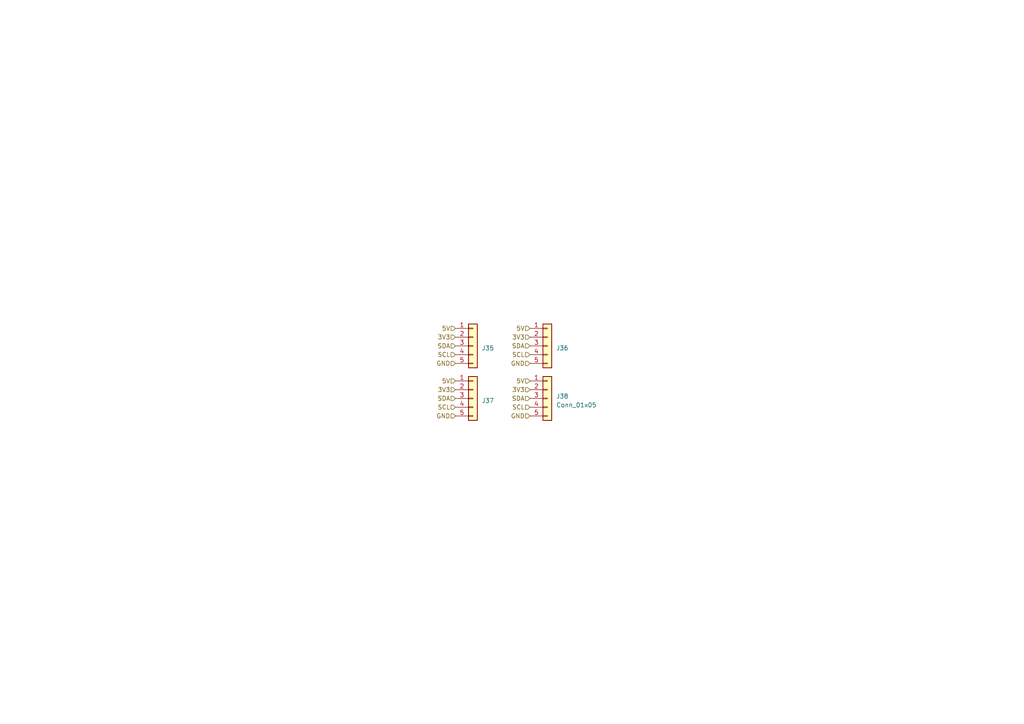
<source format=kicad_sch>
(kicad_sch (version 20230121) (generator eeschema)
  (paper "A4")
  (lib_symbols
    (symbol "Connector_Generic:Conn_01x05" (pin_names (offset 1.016) hide)
      (property "Reference" "J" (at 0 7.62 0))
      (property "Value" "Conn_01x05" (at 0 -7.62 0))
      (symbol "Conn_01x05_1_1"
        (rectangle (start -1.27 -4.953) (end 0 -5.207) (stroke (width 0.1524)))
        (rectangle (start -1.27 -2.413) (end 0 -2.667) (stroke (width 0.1524)))
        (rectangle (start -1.27 0.127) (end 0 -0.127) (stroke (width 0.1524)))
        (rectangle (start -1.27 2.667) (end 0 2.413) (stroke (width 0.1524)))
        (rectangle (start -1.27 5.207) (end 0 4.953) (stroke (width 0.1524)))
        (rectangle (start -1.27 6.35) (end 1.27 -6.35) (stroke (width 0.254)) (fill (type background)))
        (pin passive line (at -5.08 5.08 0) (length 3.81) (name "Pin_1") (number "1"))
        (pin passive line (at -5.08 2.54 0) (length 3.81) (name "Pin_2") (number "2"))
        (pin passive line (at -5.08 0 0) (length 3.81) (name "Pin_3") (number "3"))
        (pin passive line (at -5.08 -2.54 0) (length 3.81) (name "Pin_4") (number "4"))
        (pin passive line (at -5.08 -5.08 0) (length 3.81) (name "Pin_5") (number "5"))
      )
    )
  )
  (hierarchical_label "SDA" (shape input) (at 132.08 115.57 180))
  (hierarchical_label "GND" (shape input) (at 153.67 105.41 180))
  (hierarchical_label "SCL" (shape input) (at 132.08 102.87 180))
  (hierarchical_label "GND" (shape input) (at 132.08 105.41 180))
  (hierarchical_label "SCL" (shape input) (at 132.08 118.11 180))
  (hierarchical_label "3V3" (shape input) (at 153.67 97.79 180))
  (hierarchical_label "GND" (shape input) (at 153.67 120.65 180))
  (hierarchical_label "SCL" (shape input) (at 153.67 118.11 180))
  (hierarchical_label "SDA" (shape input) (at 132.08 100.33 180))
  (hierarchical_label "3V3" (shape input) (at 153.67 113.03 180))
  (hierarchical_label "GND" (shape input) (at 132.08 120.65 180))
  (hierarchical_label "SDA" (shape input) (at 153.67 115.57 180))
  (hierarchical_label "5V" (shape input) (at 132.08 95.25 180))
  (hierarchical_label "5V" (shape input) (at 153.67 95.25 180))
  (hierarchical_label "5V" (shape input) (at 132.08 110.49 180))
  (hierarchical_label "5V" (shape input) (at 153.67 110.49 180))
  (hierarchical_label "SCL" (shape input) (at 153.67 102.87 180))
  (hierarchical_label "3V3" (shape input) (at 132.08 97.79 180))
  (hierarchical_label "SDA" (shape input) (at 153.67 100.33 180))
  (hierarchical_label "3V3" (shape input) (at 132.08 113.03 180))
  (symbol (lib_id "Connector_Generic:Conn_01x05") (at 158.75 100.33 0) (unit 1)
    (property "Reference" "J36" (at 161.29 100.965 0) (effects (justify left)))
    (property "Value" "Conn_01x05" (effects hide))
    (property "Footprint" "Connector_JST:JST_XH_B5B-XH-A_1x05_P2.50mm_Vertical" (effects hide))
  )
  (symbol (lib_id "Connector_Generic:Conn_01x05") (at 137.16 115.57 0) (unit 1)
    (property "Reference" "J37" (at 139.7 116.205 0) (effects (justify left)))
    (property "Value" "Conn_01x05" (effects hide))
    (property "Footprint" "Connector_JST:JST_XH_B5B-XH-A_1x05_P2.50mm_Vertical" (effects hide))
  )
  (symbol (lib_id "Connector_Generic:Conn_01x05") (at 158.75 115.57 0) (unit 1)
    (property "Reference" "J38" (at 161.29 114.935 0) (effects (justify left)))
    (property "Value" "Conn_01x05" (at 161.29 117.475 0) (effects (justify left)))
    (property "Footprint" "Connector_JST:JST_XH_B5B-XH-A_1x05_P2.50mm_Vertical" (effects hide))
  )
  (symbol (lib_id "Connector_Generic:Conn_01x05") (at 137.16 100.33 0) (unit 1)
    (property "Reference" "J35" (at 139.7 100.965 0) (effects (justify left)))
    (property "Value" "Conn_01x05" (effects hide))
    (property "Footprint" "Connector_JST:JST_XH_B5B-XH-A_1x05_P2.50mm_Vertical" (effects hide))
  )
)
</source>
